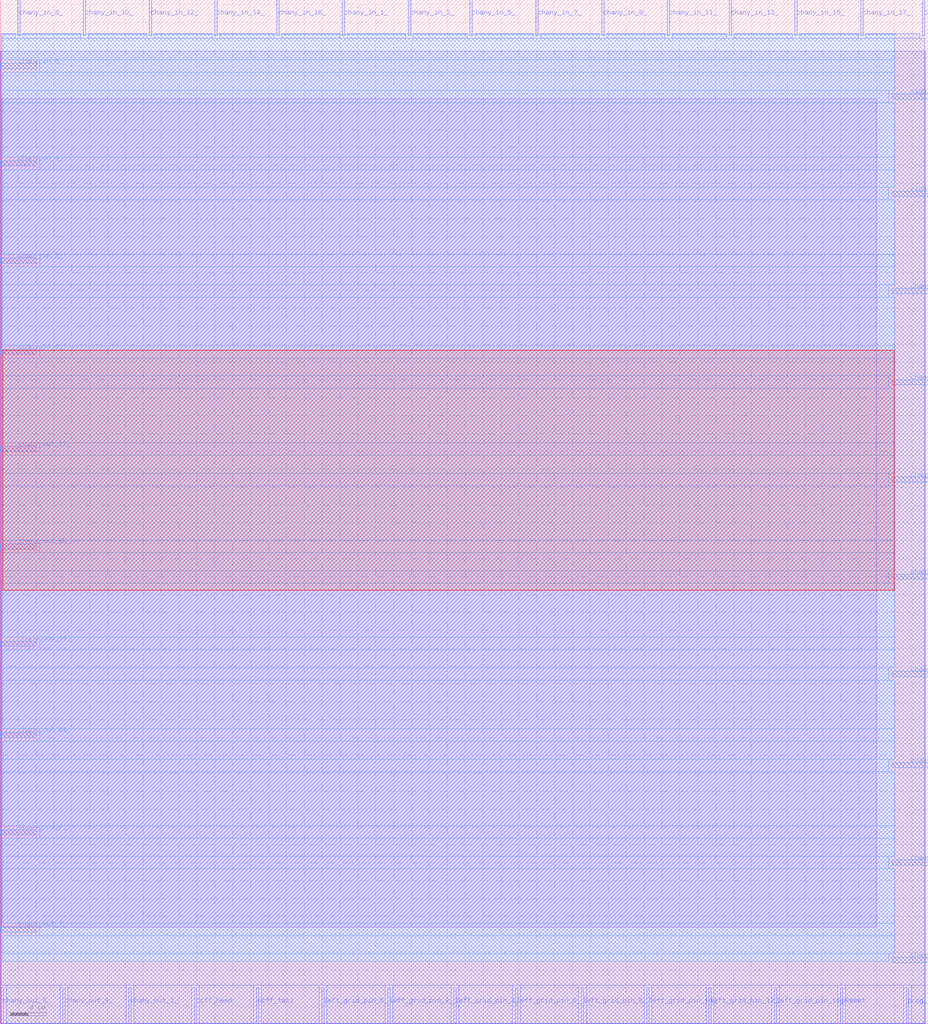
<source format=lef>
VERSION 5.7 ;
  NAMESCASESENSITIVE ON ;
  NOWIREEXTENSIONATPIN ON ;
  DIVIDERCHAR "/" ;
  BUSBITCHARS "[]" ;
UNITS
  DATABASE MICRONS 200 ;
END UNITS

MACRO cby_0__1_
  CLASS BLOCK ;
  FOREIGN cby_0__1_ ;
  ORIGIN 0.000 0.000 ;
  SIZE 103.775 BY 114.495 ;
  PIN chany_out_7_
    DIRECTION OUTPUT TRISTATE ;
    PORT
      LAYER met3 ;
        RECT 0.000 10.240 4.000 10.840 ;
    END
  END chany_out_7_
  PIN chany_in_6_
    DIRECTION INPUT ;
    PORT
      LAYER met3 ;
        RECT 0.000 106.800 4.000 107.400 ;
    END
  END chany_in_6_
  PIN chany_in_2_
    DIRECTION INPUT ;
    PORT
      LAYER met3 ;
        RECT 0.000 85.040 4.000 85.640 ;
    END
  END chany_in_2_
  PIN chany_out_15_
    DIRECTION OUTPUT TRISTATE ;
    PORT
      LAYER met3 ;
        RECT 0.000 53.080 4.000 53.680 ;
    END
  END chany_out_15_
  PIN chany_in_1_
    DIRECTION INPUT ;
    PORT
      LAYER met2 ;
        RECT 38.270 110.495 38.550 114.495 ;
    END
  END chany_in_1_
  PIN left_grid_pin_8_
    DIRECTION OUTPUT TRISTATE ;
    PORT
      LAYER met2 ;
        RECT 64.950 0.000 65.230 4.000 ;
    END
  END left_grid_pin_8_
  PIN left_grid_pin_12_
    DIRECTION OUTPUT TRISTATE ;
    PORT
      LAYER met2 ;
        RECT 79.210 0.000 79.490 4.000 ;
    END
  END left_grid_pin_12_
  PIN chany_in_14_
    DIRECTION INPUT ;
    PORT
      LAYER met2 ;
        RECT 24.010 110.495 24.290 114.495 ;
    END
  END chany_in_14_
  PIN chany_out_9_
    DIRECTION OUTPUT TRISTATE ;
    PORT
      LAYER met3 ;
        RECT 0.000 21.120 4.000 21.720 ;
    END
  END chany_out_9_
  PIN chany_in_15_
    DIRECTION INPUT ;
    PORT
      LAYER met2 ;
        RECT 88.870 110.495 89.150 114.495 ;
    END
  END chany_in_15_
  PIN chany_out_16_
    DIRECTION OUTPUT TRISTATE ;
    PORT
      LAYER met3 ;
        RECT 99.775 81.640 103.775 82.240 ;
    END
  END chany_out_16_
  PIN chany_in_0_
    DIRECTION INPUT ;
    PORT
      LAYER met3 ;
        RECT 0.000 74.840 4.000 75.440 ;
    END
  END chany_in_0_
  PIN left_grid_pin_14_
    DIRECTION OUTPUT TRISTATE ;
    PORT
      LAYER met2 ;
        RECT 86.570 0.000 86.850 4.000 ;
    END
  END left_grid_pin_14_
  PIN chany_in_4_
    DIRECTION INPUT ;
    PORT
      LAYER met3 ;
        RECT 0.000 95.920 4.000 96.520 ;
    END
  END chany_in_4_
  PIN chany_in_3_
    DIRECTION INPUT ;
    PORT
      LAYER met2 ;
        RECT 45.630 110.495 45.910 114.495 ;
    END
  END chany_in_3_
  PIN chany_out_1_
    DIRECTION OUTPUT TRISTATE ;
    PORT
      LAYER met2 ;
        RECT 14.350 0.000 14.630 4.000 ;
    END
  END chany_out_1_
  PIN chany_out_6_
    DIRECTION OUTPUT TRISTATE ;
    PORT
      LAYER met3 ;
        RECT 99.775 28.600 103.775 29.200 ;
    END
  END chany_out_6_
  PIN chany_out_11_
    DIRECTION OUTPUT TRISTATE ;
    PORT
      LAYER met3 ;
        RECT 0.000 32.000 4.000 32.600 ;
    END
  END chany_out_11_
  PIN chany_out_10_
    DIRECTION OUTPUT TRISTATE ;
    PORT
      LAYER met3 ;
        RECT 99.775 49.680 103.775 50.280 ;
    END
  END chany_out_10_
  PIN chany_out_0_
    DIRECTION OUTPUT TRISTATE ;
    PORT
      LAYER met2 ;
        RECT 103.130 110.495 103.410 114.495 ;
    END
  END chany_out_0_
  PIN chany_out_4_
    DIRECTION OUTPUT TRISTATE ;
    PORT
      LAYER met3 ;
        RECT 99.775 17.720 103.775 18.320 ;
    END
  END chany_out_4_
  PIN chany_in_8_
    DIRECTION INPUT ;
    PORT
      LAYER met2 ;
        RECT 1.930 110.495 2.210 114.495 ;
    END
  END chany_in_8_
  PIN chany_in_9_
    DIRECTION INPUT ;
    PORT
      LAYER met2 ;
        RECT 67.250 110.495 67.530 114.495 ;
    END
  END chany_in_9_
  PIN chany_out_2_
    DIRECTION OUTPUT TRISTATE ;
    PORT
      LAYER met3 ;
        RECT 99.775 6.840 103.775 7.440 ;
    END
  END chany_out_2_
  PIN chany_in_16_
    DIRECTION INPUT ;
    PORT
      LAYER met2 ;
        RECT 30.910 110.495 31.190 114.495 ;
    END
  END chany_in_16_
  PIN left_grid_pin_0_
    DIRECTION OUTPUT TRISTATE ;
    PORT
      LAYER met2 ;
        RECT 35.970 0.000 36.250 4.000 ;
    END
  END left_grid_pin_0_
  PIN chany_in_12_
    DIRECTION INPUT ;
    PORT
      LAYER met2 ;
        RECT 16.650 110.495 16.930 114.495 ;
    END
  END chany_in_12_
  PIN prog_clk
    DIRECTION INPUT ;
    PORT
      LAYER met2 ;
        RECT 101.290 0.000 101.570 4.000 ;
    END
  END prog_clk
  PIN chany_in_13_
    DIRECTION INPUT ;
    PORT
      LAYER met2 ;
        RECT 81.510 110.495 81.790 114.495 ;
    END
  END chany_in_13_
  PIN chany_out_17_
    DIRECTION OUTPUT TRISTATE ;
    PORT
      LAYER met3 ;
        RECT 0.000 63.960 4.000 64.560 ;
    END
  END chany_out_17_
  PIN left_grid_pin_4_
    DIRECTION OUTPUT TRISTATE ;
    PORT
      LAYER met2 ;
        RECT 50.690 0.000 50.970 4.000 ;
    END
  END left_grid_pin_4_
  PIN right_grid_pin_3_
    DIRECTION OUTPUT TRISTATE ;
    PORT
      LAYER met3 ;
        RECT 99.775 92.520 103.775 93.120 ;
    END
  END right_grid_pin_3_
  PIN chany_in_11_
    DIRECTION INPUT ;
    PORT
      LAYER met2 ;
        RECT 74.610 110.495 74.890 114.495 ;
    END
  END chany_in_11_
  PIN chany_in_17_
    DIRECTION INPUT ;
    PORT
      LAYER met2 ;
        RECT 96.230 110.495 96.510 114.495 ;
    END
  END chany_in_17_
  PIN chany_out_8_
    DIRECTION OUTPUT TRISTATE ;
    PORT
      LAYER met3 ;
        RECT 99.775 38.800 103.775 39.400 ;
    END
  END chany_out_8_
  PIN ccff_tail
    DIRECTION OUTPUT TRISTATE ;
    PORT
      LAYER met2 ;
        RECT 28.610 0.000 28.890 4.000 ;
    END
  END ccff_tail
  PIN ccff_head
    DIRECTION INPUT ;
    PORT
      LAYER met2 ;
        RECT 21.710 0.000 21.990 4.000 ;
    END
  END ccff_head
  PIN pReset
    DIRECTION INPUT ;
    PORT
      LAYER met2 ;
        RECT 93.930 0.000 94.210 4.000 ;
    END
  END pReset
  PIN left_grid_pin_10_
    DIRECTION OUTPUT TRISTATE ;
    PORT
      LAYER met2 ;
        RECT 72.310 0.000 72.590 4.000 ;
    END
  END left_grid_pin_10_
  PIN left_grid_pin_6_
    DIRECTION OUTPUT TRISTATE ;
    PORT
      LAYER met2 ;
        RECT 57.590 0.000 57.870 4.000 ;
    END
  END left_grid_pin_6_
  PIN left_grid_pin_2_
    DIRECTION OUTPUT TRISTATE ;
    PORT
      LAYER met2 ;
        RECT 43.330 0.000 43.610 4.000 ;
    END
  END left_grid_pin_2_
  PIN chany_out_13_
    DIRECTION OUTPUT TRISTATE ;
    PORT
      LAYER met3 ;
        RECT 0.000 42.200 4.000 42.800 ;
    END
  END chany_out_13_
  PIN chany_out_3_
    DIRECTION OUTPUT TRISTATE ;
    PORT
      LAYER met2 ;
        RECT 6.990 0.000 7.270 4.000 ;
    END
  END chany_out_3_
  PIN chany_in_5_
    DIRECTION INPUT ;
    PORT
      LAYER met2 ;
        RECT 52.530 110.495 52.810 114.495 ;
    END
  END chany_in_5_
  PIN chany_out_14_
    DIRECTION OUTPUT TRISTATE ;
    PORT
      LAYER met3 ;
        RECT 99.775 71.440 103.775 72.040 ;
    END
  END chany_out_14_
  PIN chany_out_5_
    DIRECTION OUTPUT TRISTATE ;
    PORT
      LAYER met2 ;
        RECT 0.090 0.000 0.370 4.000 ;
    END
  END chany_out_5_
  PIN chany_in_10_
    DIRECTION INPUT ;
    PORT
      LAYER met2 ;
        RECT 9.290 110.495 9.570 114.495 ;
    END
  END chany_in_10_
  PIN chany_in_7_
    DIRECTION INPUT ;
    PORT
      LAYER met2 ;
        RECT 59.890 110.495 60.170 114.495 ;
    END
  END chany_in_7_
  PIN right_grid_pin_7_
    DIRECTION OUTPUT TRISTATE ;
    PORT
      LAYER met3 ;
        RECT 99.775 103.400 103.775 104.000 ;
    END
  END right_grid_pin_7_
  PIN chany_out_12_
    DIRECTION OUTPUT TRISTATE ;
    PORT
      LAYER met3 ;
        RECT 99.775 60.560 103.775 61.160 ;
    END
  END chany_out_12_
  OBS
      LAYER li1 ;
        RECT 0.145 10.795 97.980 103.445 ;
      LAYER met1 ;
        RECT 0.070 0.040 103.430 108.760 ;
      LAYER met2 ;
        RECT 0.090 110.215 1.650 110.685 ;
        RECT 2.490 110.215 9.010 110.685 ;
        RECT 9.850 110.215 16.370 110.685 ;
        RECT 17.210 110.215 23.730 110.685 ;
        RECT 24.570 110.215 30.630 110.685 ;
        RECT 31.470 110.215 37.990 110.685 ;
        RECT 38.830 110.215 45.350 110.685 ;
        RECT 46.190 110.215 52.250 110.685 ;
        RECT 53.090 110.215 59.610 110.685 ;
        RECT 60.450 110.215 66.970 110.685 ;
        RECT 67.810 110.215 74.330 110.685 ;
        RECT 75.170 110.215 81.230 110.685 ;
        RECT 82.070 110.215 88.590 110.685 ;
        RECT 89.430 110.215 95.950 110.685 ;
        RECT 96.790 110.215 102.850 110.685 ;
        RECT 0.090 4.280 103.400 110.215 ;
        RECT 0.650 0.010 6.710 4.280 ;
        RECT 7.550 0.010 14.070 4.280 ;
        RECT 14.910 0.010 21.430 4.280 ;
        RECT 22.270 0.010 28.330 4.280 ;
        RECT 29.170 0.010 35.690 4.280 ;
        RECT 36.530 0.010 43.050 4.280 ;
        RECT 43.890 0.010 50.410 4.280 ;
        RECT 51.250 0.010 57.310 4.280 ;
        RECT 58.150 0.010 64.670 4.280 ;
        RECT 65.510 0.010 72.030 4.280 ;
        RECT 72.870 0.010 78.930 4.280 ;
        RECT 79.770 0.010 86.290 4.280 ;
        RECT 87.130 0.010 93.650 4.280 ;
        RECT 94.490 0.010 101.010 4.280 ;
        RECT 101.850 0.010 103.400 4.280 ;
      LAYER met3 ;
        RECT 0.270 107.800 100.010 110.665 ;
        RECT 4.400 106.400 100.010 107.800 ;
        RECT 0.270 104.400 100.010 106.400 ;
        RECT 0.270 103.000 99.375 104.400 ;
        RECT 0.270 96.920 100.010 103.000 ;
        RECT 4.400 95.520 100.010 96.920 ;
        RECT 0.270 93.520 100.010 95.520 ;
        RECT 0.270 92.120 99.375 93.520 ;
        RECT 0.270 86.040 100.010 92.120 ;
        RECT 4.400 84.640 100.010 86.040 ;
        RECT 0.270 82.640 100.010 84.640 ;
        RECT 0.270 81.240 99.375 82.640 ;
        RECT 0.270 75.840 100.010 81.240 ;
        RECT 4.400 74.440 100.010 75.840 ;
        RECT 0.270 72.440 100.010 74.440 ;
        RECT 0.270 71.040 99.375 72.440 ;
        RECT 0.270 64.960 100.010 71.040 ;
        RECT 4.400 63.560 100.010 64.960 ;
        RECT 0.270 61.560 100.010 63.560 ;
        RECT 0.270 60.160 99.375 61.560 ;
        RECT 0.270 54.080 100.010 60.160 ;
        RECT 4.400 52.680 100.010 54.080 ;
        RECT 0.270 50.680 100.010 52.680 ;
        RECT 0.270 49.280 99.375 50.680 ;
        RECT 0.270 43.200 100.010 49.280 ;
        RECT 4.400 41.800 100.010 43.200 ;
        RECT 0.270 39.800 100.010 41.800 ;
        RECT 0.270 38.400 99.375 39.800 ;
        RECT 0.270 33.000 100.010 38.400 ;
        RECT 4.400 31.600 100.010 33.000 ;
        RECT 0.270 29.600 100.010 31.600 ;
        RECT 0.270 28.200 99.375 29.600 ;
        RECT 0.270 22.120 100.010 28.200 ;
        RECT 4.400 20.720 100.010 22.120 ;
        RECT 0.270 18.720 100.010 20.720 ;
        RECT 0.270 17.320 99.375 18.720 ;
        RECT 0.270 11.240 100.010 17.320 ;
        RECT 4.400 9.840 100.010 11.240 ;
        RECT 0.270 7.840 100.010 9.840 ;
        RECT 0.270 6.975 99.375 7.840 ;
      LAYER met4 ;
        RECT 0.295 48.455 99.985 75.305 ;
  END
END cby_0__1_
END LIBRARY


</source>
